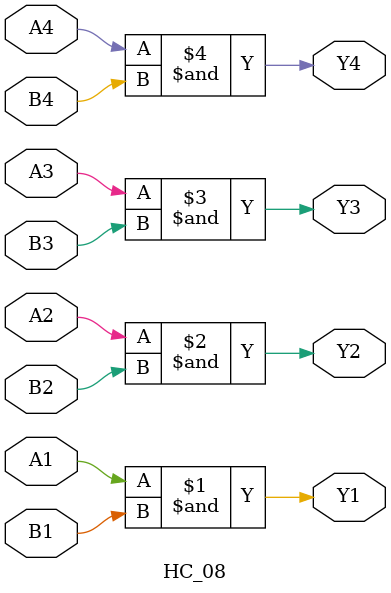
<source format=v>
module HC_08(A1, B1, A2, B2, A3, B3, A4, B4, Y1, Y2, Y3, Y4);

input A1, B1, A2, B2, A3, B3, A4, B4;
output Y1, Y2, Y3, Y4;

assign Y1 = A1&B1;
assign Y2 = A2&B2;
assign Y3 = A3&B3;
assign Y4 = A4&B4;

endmodule
</source>
